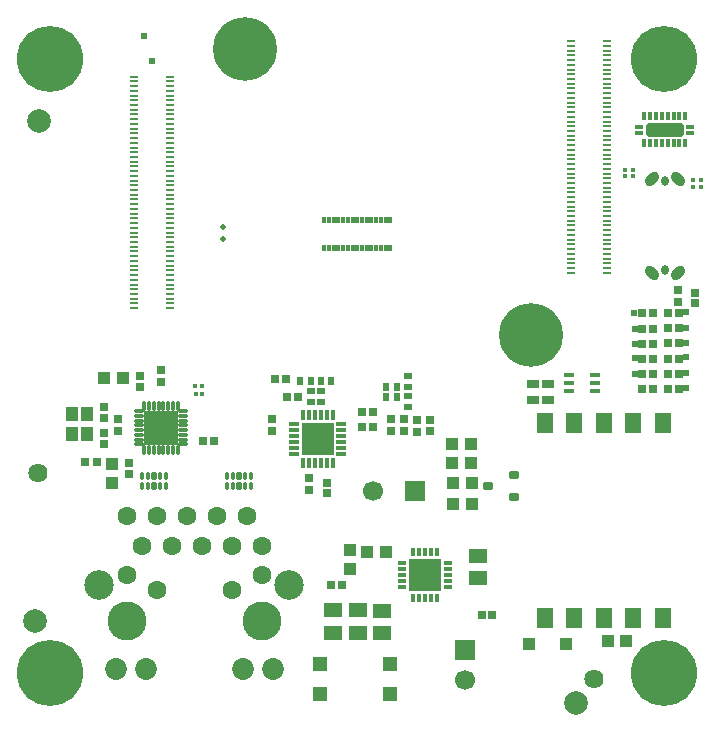
<source format=gts>
G04*
G04 #@! TF.GenerationSoftware,Altium Limited,Altium Designer,21.2.2 (38)*
G04*
G04 Layer_Color=8388736*
%FSLAX44Y44*%
%MOMM*%
G71*
G04*
G04 #@! TF.SameCoordinates,305E72B2-D9CB-4A17-871F-B91479A04AED*
G04*
G04*
G04 #@! TF.FilePolarity,Negative*
G04*
G01*
G75*
%ADD49R,0.3200X0.6000*%
%ADD50R,0.9516X0.4516*%
%ADD51R,0.7516X0.6516*%
%ADD52R,0.7216X0.7216*%
%ADD53C,2.0000*%
%ADD54R,1.0016X1.1016*%
%ADD55R,0.7216X0.7216*%
%ADD56R,0.6516X0.5516*%
%ADD57R,0.5516X0.6516*%
%ADD58R,0.4000X0.9000*%
%ADD59R,0.9000X0.4000*%
%ADD60R,2.8000X2.8000*%
%ADD61R,1.3016X1.3016*%
%ADD62R,1.1016X1.0016*%
G04:AMPARAMS|DCode=63|XSize=0.6516mm|YSize=0.9016mm|CornerRadius=0.1003mm|HoleSize=0mm|Usage=FLASHONLY|Rotation=270.000|XOffset=0mm|YOffset=0mm|HoleType=Round|Shape=RoundedRectangle|*
%AMROUNDEDRECTD63*
21,1,0.6516,0.7010,0,0,270.0*
21,1,0.4510,0.9016,0,0,270.0*
1,1,0.2006,-0.3505,-0.2255*
1,1,0.2006,-0.3505,0.2255*
1,1,0.2006,0.3505,0.2255*
1,1,0.2006,0.3505,-0.2255*
%
%ADD63ROUNDEDRECTD63*%
%ADD64R,0.4616X0.4216*%
%ADD65R,1.0016X0.8016*%
G04:AMPARAMS|DCode=66|XSize=0.39mm|YSize=0.74mm|CornerRadius=0.095mm|HoleSize=0mm|Usage=FLASHONLY|Rotation=0.000|XOffset=0mm|YOffset=0mm|HoleType=Round|Shape=RoundedRectangle|*
%AMROUNDEDRECTD66*
21,1,0.3900,0.5500,0,0,0.0*
21,1,0.2000,0.7400,0,0,0.0*
1,1,0.1900,0.1000,-0.2750*
1,1,0.1900,-0.1000,-0.2750*
1,1,0.1900,-0.1000,0.2750*
1,1,0.1900,0.1000,0.2750*
%
%ADD66ROUNDEDRECTD66*%
G04:AMPARAMS|DCode=67|XSize=1.14mm|YSize=3.14mm|CornerRadius=0.12mm|HoleSize=0mm|Usage=FLASHONLY|Rotation=270.000|XOffset=0mm|YOffset=0mm|HoleType=Round|Shape=RoundedRectangle|*
%AMROUNDEDRECTD67*
21,1,1.1400,2.9000,0,0,270.0*
21,1,0.9000,3.1400,0,0,270.0*
1,1,0.2400,-1.4500,-0.4500*
1,1,0.2400,-1.4500,0.4500*
1,1,0.2400,1.4500,0.4500*
1,1,0.2400,1.4500,-0.4500*
%
%ADD67ROUNDEDRECTD67*%
G04:AMPARAMS|DCode=68|XSize=0.39mm|YSize=0.74mm|CornerRadius=0.095mm|HoleSize=0mm|Usage=FLASHONLY|Rotation=270.000|XOffset=0mm|YOffset=0mm|HoleType=Round|Shape=RoundedRectangle|*
%AMROUNDEDRECTD68*
21,1,0.3900,0.5500,0,0,270.0*
21,1,0.2000,0.7400,0,0,270.0*
1,1,0.1900,-0.2750,-0.1000*
1,1,0.1900,-0.2750,0.1000*
1,1,0.1900,0.2750,0.1000*
1,1,0.1900,0.2750,-0.1000*
%
%ADD68ROUNDEDRECTD68*%
%ADD69R,0.4216X0.4616*%
%ADD70R,0.6516X0.7516*%
%ADD71R,1.1016X1.3016*%
G04:AMPARAMS|DCode=72|XSize=0.34mm|YSize=0.705mm|CornerRadius=0.12mm|HoleSize=0mm|Usage=FLASHONLY|Rotation=0.000|XOffset=0mm|YOffset=0mm|HoleType=Round|Shape=RoundedRectangle|*
%AMROUNDEDRECTD72*
21,1,0.3400,0.4650,0,0,0.0*
21,1,0.1000,0.7050,0,0,0.0*
1,1,0.2400,0.0500,-0.2325*
1,1,0.2400,-0.0500,-0.2325*
1,1,0.2400,-0.0500,0.2325*
1,1,0.2400,0.0500,0.2325*
%
%ADD72ROUNDEDRECTD72*%
G04:AMPARAMS|DCode=73|XSize=0.54mm|YSize=0.705mm|CornerRadius=0.12mm|HoleSize=0mm|Usage=FLASHONLY|Rotation=0.000|XOffset=0mm|YOffset=0mm|HoleType=Round|Shape=RoundedRectangle|*
%AMROUNDEDRECTD73*
21,1,0.5400,0.4650,0,0,0.0*
21,1,0.3000,0.7050,0,0,0.0*
1,1,0.2400,0.1500,-0.2325*
1,1,0.2400,-0.1500,-0.2325*
1,1,0.2400,-0.1500,0.2325*
1,1,0.2400,0.1500,0.2325*
%
%ADD73ROUNDEDRECTD73*%
%ADD74R,2.8524X2.8524*%
%ADD75O,0.8524X0.3524*%
%ADD76O,0.3524X0.8524*%
%ADD77R,1.3716X1.6516*%
%ADD78R,1.5016X1.1516*%
%ADD79R,2.7016X2.7016*%
%ADD80R,0.8016X0.3516*%
%ADD81R,0.3516X0.8016*%
%ADD82R,0.8016X0.2816*%
%ADD83R,1.0016X1.0516*%
G04:AMPARAMS|DCode=84|XSize=1.4016mm|YSize=0.9016mm|CornerRadius=0mm|HoleSize=0mm|Usage=FLASHONLY|Rotation=45.000|XOffset=0mm|YOffset=0mm|HoleType=Round|Shape=Round|*
%AMOVALD84*
21,1,0.5000,0.9016,0.0000,0.0000,45.0*
1,1,0.9016,-0.1768,-0.1768*
1,1,0.9016,0.1768,0.1768*
%
%ADD84OVALD84*%

%ADD85O,0.6516X0.8516*%
G04:AMPARAMS|DCode=86|XSize=1.4016mm|YSize=0.9016mm|CornerRadius=0mm|HoleSize=0mm|Usage=FLASHONLY|Rotation=135.000|XOffset=0mm|YOffset=0mm|HoleType=Round|Shape=Round|*
%AMOVALD86*
21,1,0.5000,0.9016,0.0000,0.0000,135.0*
1,1,0.9016,0.1768,-0.1768*
1,1,0.9016,-0.1768,0.1768*
%
%ADD86OVALD86*%

%ADD87C,1.7000*%
%ADD88R,1.7000X1.7000*%
%ADD89R,1.7000X1.7000*%
%ADD90C,3.3016*%
%ADD91C,2.5016*%
%ADD92C,1.8516*%
%ADD93C,1.6016*%
%ADD94C,0.6016*%
%ADD95C,1.6256*%
%ADD96C,5.4000*%
%ADD97C,5.6016*%
%ADD98C,0.6096*%
%ADD99C,0.5080*%
D49*
X307945Y424283D02*
D03*
X311945D02*
D03*
X327944Y400283D02*
D03*
X323945D02*
D03*
X319944D02*
D03*
X315944D02*
D03*
X311945D02*
D03*
X307945D02*
D03*
X303944D02*
D03*
X299944D02*
D03*
X295944D02*
D03*
X291945D02*
D03*
X287945D02*
D03*
X283944D02*
D03*
X279944D02*
D03*
X275944D02*
D03*
X271945D02*
D03*
Y424283D02*
D03*
X275944D02*
D03*
X279944D02*
D03*
X283944D02*
D03*
X287945D02*
D03*
X291945D02*
D03*
X295944D02*
D03*
X299944D02*
D03*
X303944D02*
D03*
X315944D02*
D03*
X319944D02*
D03*
X323945D02*
D03*
X327944D02*
D03*
D50*
X479500Y279250D02*
D03*
Y285750D02*
D03*
Y292250D02*
D03*
X501500D02*
D03*
Y285750D02*
D03*
Y279250D02*
D03*
D51*
X571142Y354814D02*
D03*
Y364814D02*
D03*
X133969Y296528D02*
D03*
Y286528D02*
D03*
X259370Y205028D02*
D03*
Y195028D02*
D03*
X361774Y244908D02*
D03*
Y254908D02*
D03*
X350747Y254711D02*
D03*
Y244711D02*
D03*
X328188Y245026D02*
D03*
Y255026D02*
D03*
X339576D02*
D03*
Y245026D02*
D03*
X227912Y245518D02*
D03*
Y255518D02*
D03*
X97764Y255035D02*
D03*
Y245035D02*
D03*
D52*
X585701Y362202D02*
D03*
Y353202D02*
D03*
X116264Y282528D02*
D03*
Y291528D02*
D03*
X274381Y192369D02*
D03*
Y201369D02*
D03*
X106500Y218000D02*
D03*
Y209000D02*
D03*
X85764Y265535D02*
D03*
Y256535D02*
D03*
X85764Y234535D02*
D03*
Y243535D02*
D03*
D53*
X30250Y508000D02*
D03*
X27250Y84750D02*
D03*
X485269Y15149D02*
D03*
D54*
X85661Y290028D02*
D03*
X101661D02*
D03*
X396761Y201102D02*
D03*
X380761D02*
D03*
X380761Y183305D02*
D03*
X396761D02*
D03*
X380129Y234483D02*
D03*
X396129D02*
D03*
X396445Y217740D02*
D03*
X380445D02*
D03*
X308555Y143054D02*
D03*
X324555D02*
D03*
X511852Y67555D02*
D03*
X527852D02*
D03*
D55*
X313211Y248944D02*
D03*
X304211D02*
D03*
X240369Y274278D02*
D03*
X249370D02*
D03*
X313289Y261193D02*
D03*
X304289D02*
D03*
X230620Y289404D02*
D03*
X239620D02*
D03*
X178684Y236750D02*
D03*
X169684D02*
D03*
X286971Y115071D02*
D03*
X277971D02*
D03*
X414250Y89500D02*
D03*
X405250D02*
D03*
D56*
X342942Y274877D02*
D03*
Y265877D02*
D03*
Y291877D02*
D03*
Y282877D02*
D03*
X269550Y269904D02*
D03*
Y278904D02*
D03*
X260550Y269904D02*
D03*
Y278904D02*
D03*
D57*
X324692Y282877D02*
D03*
X333692D02*
D03*
X269050Y287404D02*
D03*
X278050D02*
D03*
X260550D02*
D03*
X251550D02*
D03*
X324568Y274030D02*
D03*
X333568D02*
D03*
D58*
X254050Y218404D02*
D03*
X259050D02*
D03*
X264050D02*
D03*
X269050D02*
D03*
X274050D02*
D03*
X279050D02*
D03*
Y258404D02*
D03*
X274050D02*
D03*
X269050D02*
D03*
X264050D02*
D03*
X259050D02*
D03*
X254050D02*
D03*
D59*
X286550Y225904D02*
D03*
Y230904D02*
D03*
Y235904D02*
D03*
Y240904D02*
D03*
Y245904D02*
D03*
Y250904D02*
D03*
X246550D02*
D03*
Y245904D02*
D03*
Y240904D02*
D03*
Y235904D02*
D03*
Y230904D02*
D03*
Y225904D02*
D03*
D60*
X266550Y238404D02*
D03*
D61*
X268750Y22750D02*
D03*
Y47750D02*
D03*
X327750Y22750D02*
D03*
Y47750D02*
D03*
D62*
X92500Y217250D02*
D03*
Y201250D02*
D03*
X294118Y128197D02*
D03*
Y144197D02*
D03*
D63*
X410700Y198450D02*
D03*
X432700Y207950D02*
D03*
Y188950D02*
D03*
D64*
X163049Y276579D02*
D03*
X168649D02*
D03*
X162950Y283250D02*
D03*
X168550D02*
D03*
D65*
X449000Y271250D02*
D03*
Y285250D02*
D03*
X461500Y271250D02*
D03*
Y285250D02*
D03*
D66*
X567693Y511915D02*
D03*
X572693D02*
D03*
X547693D02*
D03*
X552693D02*
D03*
X577693D02*
D03*
X562693D02*
D03*
X557693D02*
D03*
X542693D02*
D03*
X547693Y488915D02*
D03*
X542693D02*
D03*
X567693D02*
D03*
X562693D02*
D03*
X557693D02*
D03*
X552693D02*
D03*
X577693D02*
D03*
X572693D02*
D03*
D67*
X560193Y500415D02*
D03*
D68*
X538693Y502915D02*
D03*
Y497915D02*
D03*
X581693D02*
D03*
Y502915D02*
D03*
D69*
X591000Y451818D02*
D03*
Y457418D02*
D03*
X584000Y451818D02*
D03*
Y457418D02*
D03*
X533243Y460814D02*
D03*
Y466414D02*
D03*
X526243Y460814D02*
D03*
Y466414D02*
D03*
D70*
X79250Y218750D02*
D03*
X69250D02*
D03*
X540718Y331968D02*
D03*
X550718D02*
D03*
X572718Y332218D02*
D03*
X562718D02*
D03*
X540718Y344768D02*
D03*
X550718D02*
D03*
X540718Y319168D02*
D03*
X550718D02*
D03*
X540718Y293568D02*
D03*
X550718D02*
D03*
X540718Y306368D02*
D03*
X550718D02*
D03*
X540718Y280768D02*
D03*
X550718D02*
D03*
X572718Y345018D02*
D03*
X562718D02*
D03*
X572718Y319418D02*
D03*
X562718D02*
D03*
X572718Y306618D02*
D03*
X562718D02*
D03*
X572718Y293818D02*
D03*
X562718D02*
D03*
X572718Y281018D02*
D03*
X562718D02*
D03*
D71*
X58264Y242535D02*
D03*
X71264Y259535D02*
D03*
Y242535D02*
D03*
X58264Y259535D02*
D03*
D72*
X190000Y207175D02*
D03*
X195000D02*
D03*
X205000D02*
D03*
X210000D02*
D03*
Y198825D02*
D03*
X205000D02*
D03*
X195000D02*
D03*
X190000D02*
D03*
X118000Y207175D02*
D03*
X123000D02*
D03*
X133000D02*
D03*
X138000D02*
D03*
Y198825D02*
D03*
X133000D02*
D03*
X123000D02*
D03*
X118000D02*
D03*
D73*
X200000Y207175D02*
D03*
Y198825D02*
D03*
X128000Y207175D02*
D03*
Y198825D02*
D03*
D74*
X133764Y248035D02*
D03*
D75*
X115014Y234035D02*
D03*
Y238035D02*
D03*
Y242035D02*
D03*
Y246035D02*
D03*
Y250035D02*
D03*
Y254035D02*
D03*
Y258035D02*
D03*
Y262035D02*
D03*
X152514D02*
D03*
Y258035D02*
D03*
Y254035D02*
D03*
Y250035D02*
D03*
Y246035D02*
D03*
Y242035D02*
D03*
Y238035D02*
D03*
Y234035D02*
D03*
D76*
X119764Y266785D02*
D03*
X123764D02*
D03*
X127764D02*
D03*
X131764D02*
D03*
X135764D02*
D03*
X139764D02*
D03*
X143764D02*
D03*
X147764D02*
D03*
Y229285D02*
D03*
X143764D02*
D03*
X139764D02*
D03*
X135764D02*
D03*
X131764D02*
D03*
X127764D02*
D03*
X123764D02*
D03*
X119764D02*
D03*
D77*
X558750Y252250D02*
D03*
X533750D02*
D03*
X508750D02*
D03*
X483750D02*
D03*
X458750D02*
D03*
X558750Y86750D02*
D03*
X533750D02*
D03*
X508750D02*
D03*
X483750D02*
D03*
X458750D02*
D03*
D78*
X402126Y120663D02*
D03*
Y139663D02*
D03*
X279750Y93500D02*
D03*
Y74500D02*
D03*
X320750Y93250D02*
D03*
Y74250D02*
D03*
X300250Y93500D02*
D03*
Y74500D02*
D03*
D79*
X357500Y123250D02*
D03*
D80*
X377001Y133250D02*
D03*
Y128250D02*
D03*
Y123250D02*
D03*
Y118250D02*
D03*
Y113250D02*
D03*
X338000D02*
D03*
Y118250D02*
D03*
Y123250D02*
D03*
Y128250D02*
D03*
Y133250D02*
D03*
D81*
X367500Y103750D02*
D03*
X362500D02*
D03*
X357500D02*
D03*
X352500D02*
D03*
X347500D02*
D03*
Y142750D02*
D03*
X352500D02*
D03*
X357500D02*
D03*
X362500D02*
D03*
X367500D02*
D03*
D82*
X480600Y379250D02*
D03*
Y383250D02*
D03*
Y387250D02*
D03*
Y391250D02*
D03*
Y395250D02*
D03*
Y399250D02*
D03*
Y403250D02*
D03*
Y407250D02*
D03*
Y411250D02*
D03*
Y415250D02*
D03*
Y419250D02*
D03*
Y423250D02*
D03*
Y427250D02*
D03*
Y431250D02*
D03*
Y435250D02*
D03*
Y439250D02*
D03*
Y443250D02*
D03*
Y447250D02*
D03*
Y451250D02*
D03*
Y455250D02*
D03*
Y459250D02*
D03*
Y463250D02*
D03*
Y467250D02*
D03*
Y471250D02*
D03*
Y475250D02*
D03*
Y479250D02*
D03*
Y483250D02*
D03*
Y487250D02*
D03*
Y491250D02*
D03*
Y495250D02*
D03*
Y499250D02*
D03*
Y503250D02*
D03*
Y507250D02*
D03*
Y511250D02*
D03*
Y515250D02*
D03*
Y519250D02*
D03*
Y523250D02*
D03*
Y527250D02*
D03*
Y531250D02*
D03*
Y535250D02*
D03*
Y539250D02*
D03*
Y543250D02*
D03*
Y547250D02*
D03*
Y551250D02*
D03*
Y555250D02*
D03*
Y559250D02*
D03*
Y563250D02*
D03*
Y567250D02*
D03*
Y571250D02*
D03*
Y575250D02*
D03*
X511400Y379250D02*
D03*
Y383250D02*
D03*
Y387250D02*
D03*
Y391250D02*
D03*
Y395250D02*
D03*
Y399250D02*
D03*
Y403250D02*
D03*
Y407250D02*
D03*
Y411250D02*
D03*
Y415250D02*
D03*
Y419250D02*
D03*
Y423250D02*
D03*
Y427250D02*
D03*
Y431250D02*
D03*
Y435250D02*
D03*
Y439250D02*
D03*
Y443250D02*
D03*
Y447250D02*
D03*
Y451250D02*
D03*
Y455250D02*
D03*
Y459250D02*
D03*
Y463250D02*
D03*
Y467250D02*
D03*
Y471250D02*
D03*
Y475250D02*
D03*
Y479250D02*
D03*
Y483250D02*
D03*
Y487250D02*
D03*
Y491250D02*
D03*
Y495250D02*
D03*
Y499250D02*
D03*
Y503250D02*
D03*
Y507250D02*
D03*
Y511250D02*
D03*
Y515250D02*
D03*
Y519250D02*
D03*
Y523250D02*
D03*
Y527250D02*
D03*
Y531250D02*
D03*
Y535250D02*
D03*
Y539250D02*
D03*
Y543250D02*
D03*
Y547250D02*
D03*
Y551250D02*
D03*
Y555250D02*
D03*
Y559250D02*
D03*
Y563250D02*
D03*
Y567250D02*
D03*
Y571250D02*
D03*
Y575250D02*
D03*
X110600Y349250D02*
D03*
Y353250D02*
D03*
Y357250D02*
D03*
Y361250D02*
D03*
Y365250D02*
D03*
Y369250D02*
D03*
Y373250D02*
D03*
Y377250D02*
D03*
Y381250D02*
D03*
Y385250D02*
D03*
Y389250D02*
D03*
Y393250D02*
D03*
Y397250D02*
D03*
Y401250D02*
D03*
Y405250D02*
D03*
Y409250D02*
D03*
Y413250D02*
D03*
Y417250D02*
D03*
Y421250D02*
D03*
Y425250D02*
D03*
Y429250D02*
D03*
Y433250D02*
D03*
Y437250D02*
D03*
Y441250D02*
D03*
Y445250D02*
D03*
Y449250D02*
D03*
Y453250D02*
D03*
Y457250D02*
D03*
Y461250D02*
D03*
Y465250D02*
D03*
Y469250D02*
D03*
Y473250D02*
D03*
Y477250D02*
D03*
Y481250D02*
D03*
Y485250D02*
D03*
Y489250D02*
D03*
Y493250D02*
D03*
Y497250D02*
D03*
Y501250D02*
D03*
Y505250D02*
D03*
Y509250D02*
D03*
Y513250D02*
D03*
Y517250D02*
D03*
Y521250D02*
D03*
Y525250D02*
D03*
Y529250D02*
D03*
Y533250D02*
D03*
Y537250D02*
D03*
Y541250D02*
D03*
Y545250D02*
D03*
X141400Y349250D02*
D03*
Y353250D02*
D03*
Y357250D02*
D03*
Y361250D02*
D03*
Y365250D02*
D03*
Y369250D02*
D03*
Y373250D02*
D03*
Y377250D02*
D03*
Y381250D02*
D03*
Y385250D02*
D03*
Y389250D02*
D03*
Y393250D02*
D03*
Y397250D02*
D03*
Y401250D02*
D03*
Y405250D02*
D03*
Y409250D02*
D03*
Y413250D02*
D03*
Y417250D02*
D03*
Y421250D02*
D03*
Y425250D02*
D03*
Y429250D02*
D03*
Y433250D02*
D03*
Y437250D02*
D03*
Y441250D02*
D03*
Y445250D02*
D03*
Y449250D02*
D03*
Y453250D02*
D03*
Y457250D02*
D03*
Y461250D02*
D03*
Y465250D02*
D03*
Y469250D02*
D03*
Y473250D02*
D03*
Y477250D02*
D03*
Y481250D02*
D03*
Y485250D02*
D03*
Y489250D02*
D03*
Y493250D02*
D03*
Y497250D02*
D03*
Y501250D02*
D03*
Y505250D02*
D03*
Y509250D02*
D03*
Y513250D02*
D03*
Y517250D02*
D03*
Y521250D02*
D03*
Y525250D02*
D03*
Y529250D02*
D03*
Y533250D02*
D03*
Y537250D02*
D03*
Y541250D02*
D03*
Y545250D02*
D03*
D83*
X445500Y64500D02*
D03*
X477000Y64500D02*
D03*
D84*
X571450Y378998D02*
D03*
X549452Y458897D02*
D03*
D85*
X560450Y381198D02*
D03*
X560452Y456697D02*
D03*
D86*
X549450Y378998D02*
D03*
X571452Y458897D02*
D03*
D87*
X313533Y194334D02*
D03*
X391250Y34750D02*
D03*
D88*
X348533Y194334D02*
D03*
D89*
X391250Y59750D02*
D03*
D90*
X104750Y84600D02*
D03*
X219050D02*
D03*
D91*
X81255Y115100D02*
D03*
X242545D02*
D03*
D92*
X95600Y44000D02*
D03*
X121000D02*
D03*
X202800D02*
D03*
X228200D02*
D03*
D93*
X104750Y122900D02*
D03*
X130150Y110200D02*
D03*
X193650D02*
D03*
X219050Y122900D02*
D03*
X104750Y173500D02*
D03*
X130150D02*
D03*
X155550D02*
D03*
X180950D02*
D03*
X206350D02*
D03*
X219050Y148100D02*
D03*
X193650D02*
D03*
X168250D02*
D03*
X142850D02*
D03*
X117450D02*
D03*
D94*
X578123Y345568D02*
D03*
Y332568D02*
D03*
Y319568D02*
D03*
Y307568D02*
D03*
Y294568D02*
D03*
Y281568D02*
D03*
X534856Y293421D02*
D03*
X534885Y306959D02*
D03*
X534739Y319038D02*
D03*
X534716Y331951D02*
D03*
X534543Y344939D02*
D03*
D95*
X30000Y210000D02*
D03*
X500000Y35000D02*
D03*
D96*
X447000Y326250D02*
D03*
X205000Y568250D02*
D03*
D97*
X560000Y40000D02*
D03*
X560000Y560000D02*
D03*
X40000Y40000D02*
D03*
X40000Y560000D02*
D03*
D98*
X125750Y558500D02*
D03*
X119750Y579750D02*
D03*
D99*
X186509Y417750D02*
D03*
Y407750D02*
D03*
X138764Y253035D02*
D03*
Y243035D02*
D03*
X128764Y253035D02*
D03*
Y243035D02*
D03*
X352500Y118250D02*
D03*
X352500Y128250D02*
D03*
X362500Y128250D02*
D03*
X362500Y118250D02*
D03*
M02*

</source>
